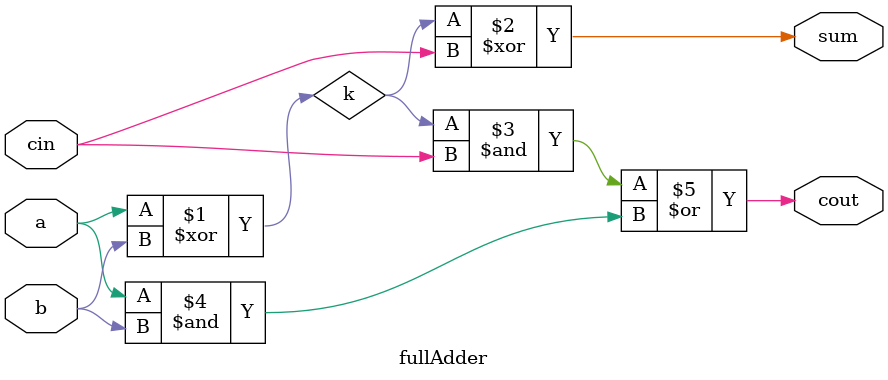
<source format=v>
module fullAdder(a,b,cin,sum,cout);

input a,b,cin;
output sum,cout;
wire k;
assign k=a^b;
assign sum = k^cin;
assign cout = (k&cin) | (a&b);

endmodule   

</source>
